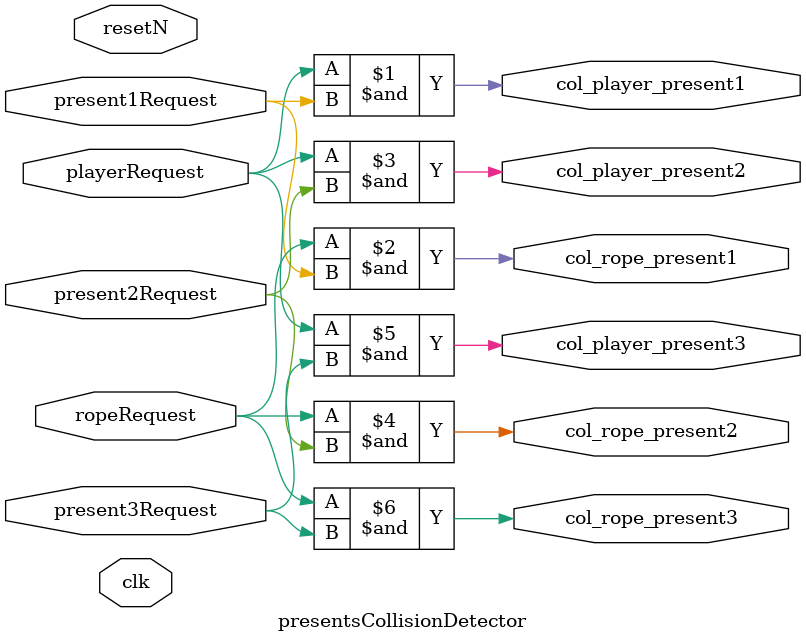
<source format=sv>

module presentsCollisionDetector	(	
					input		logic	clk,
					input		logic	resetN,
					input 	logic	playerRequest,
					input    logic present1Request,
					input    logic present2Request,
					input    logic present3Request,
					input    logic ropeRequest,
					
					output	logic	col_player_present1,
					output   logic col_rope_present1,
					
					output	logic	col_player_present2,
					output   logic col_rope_present2,
					
					output	logic	col_player_present3,
					output   logic col_rope_present3
);


assign col_player_present1 = playerRequest & present1Request;
assign col_rope_present1   = ropeRequest & present1Request;

assign col_player_present2 = playerRequest & present2Request;
assign col_rope_present2   = ropeRequest & present2Request;

assign col_player_present3 = playerRequest & present3Request;
assign col_rope_present3   = ropeRequest & present3Request;




endmodule
</source>
